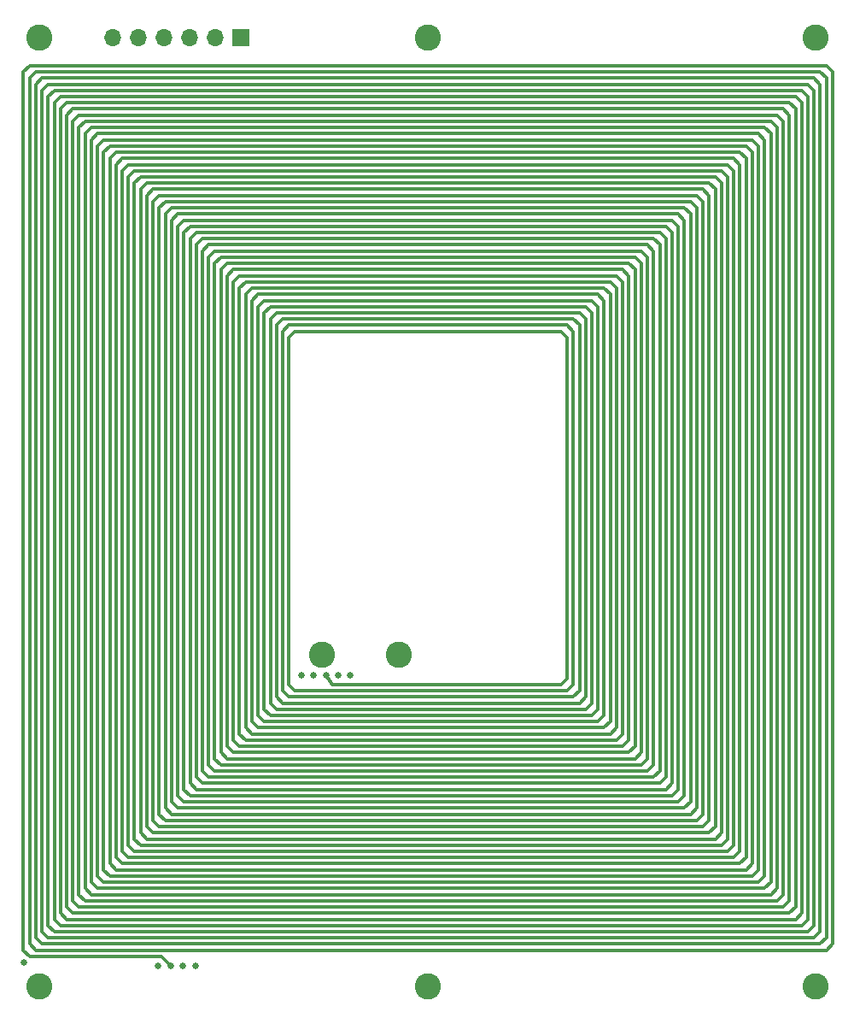
<source format=gbr>
%TF.GenerationSoftware,KiCad,Pcbnew,(6.0.5)*%
%TF.CreationDate,2022-08-19T15:48:38-07:00*%
%TF.ProjectId,Coil_Panels_XY,436f696c-5f50-4616-9e65-6c735f58592e,rev?*%
%TF.SameCoordinates,Original*%
%TF.FileFunction,Copper,L3,Inr*%
%TF.FilePolarity,Positive*%
%FSLAX46Y46*%
G04 Gerber Fmt 4.6, Leading zero omitted, Abs format (unit mm)*
G04 Created by KiCad (PCBNEW (6.0.5)) date 2022-08-19 15:48:38*
%MOMM*%
%LPD*%
G01*
G04 APERTURE LIST*
%TA.AperFunction,ComponentPad*%
%ADD10C,2.600000*%
%TD*%
%TA.AperFunction,ComponentPad*%
%ADD11R,1.700000X1.700000*%
%TD*%
%TA.AperFunction,ComponentPad*%
%ADD12O,1.700000X1.700000*%
%TD*%
%TA.AperFunction,ViaPad*%
%ADD13C,0.650000*%
%TD*%
%TA.AperFunction,Conductor*%
%ADD14C,0.306000*%
%TD*%
G04 APERTURE END LIST*
D10*
%TO.N,unconnected-(H1-Pad1)*%
%TO.C,H1*%
X111942000Y-49921999D03*
%TD*%
D11*
%TO.N,Net-(J1-Pad1)*%
%TO.C,J1*%
X131942000Y-49921999D03*
D12*
%TO.N,Net-(J1-Pad2)*%
X129402000Y-49921999D03*
%TO.N,Net-(J1-Pad3)*%
X126862000Y-49921999D03*
%TO.N,Net-(J1-Pad4)*%
X124322000Y-49921999D03*
%TO.N,Net-(J1-Pad5)*%
X121782000Y-49921999D03*
%TO.N,Net-(J1-Pad6)*%
X119242000Y-49921999D03*
%TD*%
D10*
%TO.N,unconnected-(H5-Pad1)*%
%TO.C,H5*%
X150442000Y-143921999D03*
%TD*%
%TO.N,unconnected-(H4-Pad1)*%
%TO.C,H4*%
X111942000Y-143921999D03*
%TD*%
%TO.N,Coil_OUT*%
%TO.C,TP1*%
X139986000Y-111092000D03*
X147606000Y-111092000D03*
%TD*%
%TO.N,unconnected-(H2-Pad1)*%
%TO.C,H2*%
X150442000Y-49921999D03*
%TD*%
%TO.N,unconnected-(H3-Pad1)*%
%TO.C,H3*%
X188942000Y-49921999D03*
%TD*%
%TO.N,unconnected-(H6-Pad1)*%
%TO.C,H6*%
X188942000Y-143921999D03*
%TD*%
D13*
%TO.N,Coil_OUT*%
X126184000Y-141856000D03*
X127408000Y-141856000D03*
X123736000Y-141856000D03*
X140358000Y-113092000D03*
X124960000Y-141856000D03*
X137910000Y-113092000D03*
X139134000Y-113092000D03*
X142806000Y-113092000D03*
X110394000Y-141513999D03*
X141582000Y-113092000D03*
%TD*%
D14*
%TO.N,Coil_OUT*%
X134238000Y-77194000D02*
X134238000Y-116458000D01*
X134238000Y-117682000D02*
X133626000Y-117070000D01*
X164278000Y-113398000D02*
X163666000Y-114010000D01*
X178965999Y-128086000D02*
X178354000Y-128698000D01*
X129342000Y-72298000D02*
X129342000Y-121354000D01*
X171622000Y-72298000D02*
X171622000Y-120742000D01*
X124446000Y-127474000D02*
X123834000Y-126862000D01*
X133626000Y-76582000D02*
X134238000Y-75970000D01*
X127506000Y-69238000D02*
X173458000Y-69238000D01*
X122610000Y-129310000D02*
X121998000Y-128698000D01*
X132402000Y-74134000D02*
X168562000Y-74134000D01*
X114042000Y-55774000D02*
X186922000Y-55774000D01*
X114654000Y-57610000D02*
X115266000Y-56998000D01*
X177742000Y-128086000D02*
X123834000Y-128086000D01*
X131790000Y-120130000D02*
X131178000Y-119518000D01*
X189369999Y-54550000D02*
X189369999Y-138490000D01*
X124042000Y-140938000D02*
X124960000Y-141856000D01*
X121386000Y-64342000D02*
X121386000Y-129310000D01*
X164890000Y-77806000D02*
X165501999Y-78418000D01*
X169174000Y-118294000D02*
X168562000Y-118906000D01*
X175293999Y-124414000D02*
X174682000Y-125026000D01*
X179578000Y-64342000D02*
X179578000Y-128698000D01*
X164890000Y-114010000D02*
X164278000Y-114622000D01*
X134238000Y-75970000D02*
X166726000Y-75970000D01*
X128118000Y-123802000D02*
X127506000Y-123190000D01*
X186922000Y-55774000D02*
X187534000Y-56386000D01*
X171010000Y-120130000D02*
X170398000Y-120742000D01*
X188758000Y-55162000D02*
X188758000Y-137878000D01*
X125670000Y-68626000D02*
X125670000Y-125026000D01*
X134850000Y-77805999D02*
X134850000Y-115846000D01*
X188757999Y-53938000D02*
X189369999Y-54550000D01*
X180190000Y-130534000D02*
X121386000Y-130534000D01*
X111594000Y-54550000D02*
X111594000Y-139102000D01*
X167338000Y-76582000D02*
X167338000Y-116458000D01*
X121998000Y-63730000D02*
X178966000Y-63730000D01*
X165501999Y-78418000D02*
X165501999Y-114622000D01*
X115266000Y-58222000D02*
X115878000Y-57610000D01*
X187534000Y-55162000D02*
X188146000Y-55774000D01*
X172233999Y-121354000D02*
X171622000Y-121966000D01*
X186922000Y-137265999D02*
X114654000Y-137265999D01*
X136685999Y-78418000D02*
X164278000Y-78418000D01*
X189370000Y-53326000D02*
X189982000Y-53938000D01*
X128118000Y-71073999D02*
X128730000Y-70462000D01*
X116490000Y-135429999D02*
X115878000Y-134817999D01*
X136686000Y-79642000D02*
X137298000Y-79030000D01*
X182026000Y-60670000D02*
X182638000Y-61282000D01*
X115878000Y-58834000D02*
X116489999Y-58222000D01*
X178354000Y-65566000D02*
X178354000Y-127474000D01*
X177130000Y-127474000D02*
X124446000Y-127474000D01*
X178354000Y-64342000D02*
X178965999Y-64954000D01*
X177130000Y-65566000D02*
X177742000Y-66178000D01*
X190594000Y-139713999D02*
X189982000Y-140325999D01*
X114042000Y-56998000D02*
X114654000Y-56386000D01*
X179578000Y-129922000D02*
X121998000Y-129922000D01*
X119550000Y-62506000D02*
X119550000Y-131146000D01*
X174682000Y-123802000D02*
X174070000Y-124414000D01*
X184474000Y-59446000D02*
X184474000Y-133593999D01*
X133014000Y-75969999D02*
X133626000Y-75358000D01*
X175293999Y-125638000D02*
X126282000Y-125638000D01*
X134238000Y-77194000D02*
X134850000Y-76582000D01*
X110982000Y-53938000D02*
X111594000Y-53326000D01*
X125670000Y-67401999D02*
X175293999Y-67401999D01*
X113430000Y-56386000D02*
X114042000Y-55774000D01*
X131178000Y-74134000D02*
X131790000Y-73522000D01*
X173458000Y-69238000D02*
X174070000Y-69850000D01*
X121386000Y-63118000D02*
X179578000Y-63118000D01*
X110982000Y-53938000D02*
X110982000Y-139714000D01*
X178966000Y-129310000D02*
X122610000Y-129310000D01*
X169786000Y-72910000D02*
X170398000Y-73522000D01*
X180802000Y-129922000D02*
X180190000Y-130534000D01*
X122610000Y-64342000D02*
X178354000Y-64342000D01*
X166114000Y-116458000D02*
X135462000Y-116458000D01*
X168562000Y-74134000D02*
X169174000Y-74745999D01*
X132402000Y-119518000D02*
X131790000Y-118906000D01*
X135462000Y-116458000D02*
X134850000Y-115846000D01*
X124446000Y-66178000D02*
X176518000Y-66178000D01*
X119550000Y-62506000D02*
X120162000Y-61894000D01*
X131790000Y-74745999D02*
X131790000Y-118906000D01*
X125058000Y-126862000D02*
X124446000Y-126250000D01*
X183862000Y-58834000D02*
X184474000Y-59446000D01*
X133626000Y-75358000D02*
X167338000Y-75358000D01*
X111594000Y-53326000D02*
X189370000Y-53326000D01*
X118326000Y-60058000D02*
X182638000Y-60058000D01*
X115878000Y-136041999D02*
X115266000Y-135429999D01*
X120162000Y-131757999D02*
X119550000Y-131145999D01*
X183862000Y-134205999D02*
X117714000Y-134205999D01*
X112818000Y-139101999D02*
X112206000Y-138490000D01*
X117714000Y-60670000D02*
X118326000Y-60058000D01*
X170398000Y-119518000D02*
X169786000Y-120130000D01*
X117714000Y-60670000D02*
X117714000Y-132982000D01*
X132402000Y-75358000D02*
X132402000Y-118294000D01*
X190594000Y-53326000D02*
X190594000Y-139713999D01*
X112206000Y-55162000D02*
X112817999Y-54550000D01*
X171010000Y-71686000D02*
X171622000Y-72298000D01*
X135462000Y-77194000D02*
X165502000Y-77194000D01*
X183862000Y-60058000D02*
X183862000Y-132981999D01*
X169786000Y-118906000D02*
X169174000Y-119518000D01*
X168561999Y-75358000D02*
X168561999Y-117682000D01*
X136074000Y-115846000D02*
X135462000Y-115234000D01*
X112818000Y-55774000D02*
X113430000Y-55162000D01*
X130566000Y-72298000D02*
X170398000Y-72298000D01*
X168561999Y-117682000D02*
X167950000Y-118294000D01*
X185698000Y-136041999D02*
X115878000Y-136041999D01*
X172234000Y-122578000D02*
X129342000Y-122578000D01*
X175906000Y-66790000D02*
X176518000Y-67401999D01*
X186310000Y-136653999D02*
X115266000Y-136653999D01*
X128730000Y-70462000D02*
X172234000Y-70462000D01*
X172234000Y-70462000D02*
X172846000Y-71073999D01*
X128118000Y-69850000D02*
X172846000Y-69850000D01*
X120162000Y-61894000D02*
X180802000Y-61894000D01*
X120774000Y-62506000D02*
X180190000Y-62506000D01*
X164278000Y-79642000D02*
X164278000Y-113398000D01*
X177130000Y-66790000D02*
X177130000Y-126250000D01*
X187534000Y-137877999D02*
X114042000Y-137877999D01*
X170398000Y-72298000D02*
X171010000Y-72910000D01*
X131790000Y-74745999D02*
X132402000Y-74134000D01*
X182638000Y-131757999D02*
X182026000Y-132369999D01*
X114042000Y-137877999D02*
X113430000Y-137265999D01*
X167950000Y-117070000D02*
X167338000Y-117682000D01*
X124446000Y-67401999D02*
X125058000Y-66790000D01*
X126282000Y-125638000D02*
X125670000Y-125026000D01*
X120162000Y-63118000D02*
X120162000Y-130534000D01*
X115266000Y-56998000D02*
X185698000Y-56998000D01*
X117102000Y-60058000D02*
X117714000Y-59446000D01*
X189369999Y-138490000D02*
X188757999Y-139101999D01*
X167950000Y-74746000D02*
X168561999Y-75358000D01*
X181414000Y-62506000D02*
X181414000Y-130534000D01*
X177742000Y-66178000D02*
X177742000Y-126862000D01*
X177742000Y-126862000D02*
X177130000Y-127474000D01*
X123221999Y-64954000D02*
X177742000Y-64954000D01*
X123222000Y-66178000D02*
X123834000Y-65566000D01*
X175293999Y-68626000D02*
X175293999Y-124414000D01*
X124446000Y-67401999D02*
X124446000Y-126250000D01*
X125058000Y-68013999D02*
X125058000Y-125638000D01*
X174682000Y-69237999D02*
X174682000Y-123802000D01*
X112818000Y-55774000D02*
X112818000Y-137878000D01*
X131178000Y-74134000D02*
X131178000Y-119518000D01*
X118938000Y-60670000D02*
X182026000Y-60670000D01*
X171622000Y-121966000D02*
X129954000Y-121966000D01*
X114042000Y-56998000D02*
X114042000Y-136654000D01*
X173458000Y-123802000D02*
X128118000Y-123802000D01*
X164278000Y-78418000D02*
X164890000Y-79030000D01*
X167338000Y-116458000D02*
X166726000Y-117070000D01*
X126282000Y-69237999D02*
X126282000Y-124414000D01*
X185086000Y-135429999D02*
X116490000Y-135429999D01*
X166726000Y-117070000D02*
X134850000Y-117070000D01*
X127506000Y-70462000D02*
X127506000Y-123190000D01*
X182026000Y-132369999D02*
X119550000Y-132369999D01*
X181414000Y-61282000D02*
X182025999Y-61894000D01*
X136073999Y-79030000D02*
X136685999Y-78418000D01*
X184474000Y-134817999D02*
X117102000Y-134817999D01*
X115266000Y-136653999D02*
X114654000Y-136041999D01*
X112817999Y-54550000D02*
X188146000Y-54550000D01*
X167950000Y-118294000D02*
X133626000Y-118294000D01*
X113430000Y-138490000D02*
X112818000Y-137878000D01*
X117102000Y-58834000D02*
X183862000Y-58834000D01*
X171622000Y-71074000D02*
X172233999Y-71686000D01*
X183250000Y-59446000D02*
X183862000Y-60058000D01*
X187534000Y-56386000D02*
X187534000Y-136653999D01*
X180190000Y-63730000D02*
X180190000Y-129310000D01*
X174070000Y-68626000D02*
X174682000Y-69237999D01*
X110982000Y-52714000D02*
X189982000Y-52714000D01*
X184474000Y-58222000D02*
X185085999Y-58834000D01*
X118938000Y-61894000D02*
X118938000Y-131757999D01*
X125058000Y-68013999D02*
X125670000Y-67401999D01*
X122610000Y-65566000D02*
X122610000Y-128086000D01*
X173458000Y-122578000D02*
X172846000Y-123190000D01*
X113430000Y-56386000D02*
X113430000Y-137266000D01*
X175905999Y-125026000D02*
X175293999Y-125638000D01*
X128118000Y-71073999D02*
X128118000Y-122578000D01*
X181414000Y-131757999D02*
X120162000Y-131757999D01*
X129954000Y-71686000D02*
X171010000Y-71686000D01*
X183250000Y-132369999D02*
X182638000Y-132981999D01*
X179578000Y-128698000D02*
X178966000Y-129310000D01*
X188146000Y-54550000D02*
X188758000Y-55162000D01*
X174070000Y-123190000D02*
X173458000Y-123802000D01*
X167950000Y-75969999D02*
X167950000Y-117070000D01*
X189982000Y-139101999D02*
X189370000Y-139713999D01*
X183862000Y-132981999D02*
X183250000Y-133593999D01*
X179578000Y-63118000D02*
X180190000Y-63730000D01*
X129342000Y-122578000D02*
X128730000Y-121966000D01*
X130566000Y-73522000D02*
X131178000Y-72910000D01*
X129954000Y-72910000D02*
X130566000Y-72298000D01*
X171622000Y-120742000D02*
X171010000Y-121354000D01*
X113430000Y-55162000D02*
X187534000Y-55162000D01*
X134850000Y-76582000D02*
X166114000Y-76582000D01*
X186310000Y-135429999D02*
X185698000Y-136041999D01*
X131178000Y-72910000D02*
X169786000Y-72910000D01*
X163666000Y-79030000D02*
X164278000Y-79642000D01*
X125670000Y-68626000D02*
X126281999Y-68014000D01*
X126894000Y-69850000D02*
X126894000Y-123802000D01*
X180802000Y-61894000D02*
X181414000Y-62506000D01*
X130566000Y-73522000D02*
X130566000Y-120130000D01*
X116490000Y-59446000D02*
X117102000Y-58834000D01*
X183250000Y-133593999D02*
X118326000Y-133593999D01*
X121998000Y-129922000D02*
X121386000Y-129310000D01*
X184474000Y-133593999D02*
X183862000Y-134205999D01*
X112206000Y-55162000D02*
X112206000Y-138490000D01*
X165502000Y-115846000D02*
X136074000Y-115846000D01*
X180190000Y-129310000D02*
X179578000Y-129922000D01*
X169174000Y-73522000D02*
X169786000Y-74134000D01*
X123222000Y-66178000D02*
X123222000Y-127474000D01*
X163666000Y-114010000D02*
X140970000Y-114010000D01*
X164890000Y-79030000D02*
X164890000Y-114010000D01*
X187534000Y-136653999D02*
X186922000Y-137265999D01*
X116490000Y-59446000D02*
X116490000Y-134206000D01*
X165501999Y-114622000D02*
X164890000Y-115234000D01*
X136073999Y-79030000D02*
X136073999Y-114622000D01*
X137298000Y-79030000D02*
X163666000Y-79030000D01*
X118326000Y-133593999D02*
X117714000Y-132981999D01*
X165502000Y-77194000D02*
X166114000Y-77805999D01*
X175293999Y-67401999D02*
X175905999Y-68013999D01*
X183250000Y-60670000D02*
X183250000Y-132369999D01*
X166726000Y-115846000D02*
X166114000Y-116458000D01*
X186922000Y-136041999D02*
X186310000Y-136653999D01*
X174070000Y-124414000D02*
X127506000Y-124414000D01*
X188758000Y-137878000D02*
X188146000Y-138490000D01*
X177130000Y-126250000D02*
X176518000Y-126862000D01*
X121998000Y-64954000D02*
X121998000Y-128698000D01*
X112206000Y-139713999D02*
X111594000Y-139101999D01*
X136073999Y-77806000D02*
X164890000Y-77806000D01*
X176518000Y-66178000D02*
X177130000Y-66790000D01*
X167338000Y-75358000D02*
X167950000Y-75969999D01*
X185086000Y-57610000D02*
X185698000Y-58222000D01*
X129954000Y-121966000D02*
X129342000Y-121354000D01*
X125670000Y-126250000D02*
X125058000Y-125638000D01*
X137298000Y-114622000D02*
X136686000Y-114010000D01*
X182638000Y-132981999D02*
X118938000Y-132981999D01*
X134850000Y-77805999D02*
X135462000Y-77194000D01*
X169174000Y-74745999D02*
X169174000Y-118294000D01*
X170398000Y-120742000D02*
X131178000Y-120742000D01*
X188146000Y-55774000D02*
X188146000Y-137265999D01*
X166114000Y-77805999D02*
X166114000Y-115234000D01*
X173458000Y-70462000D02*
X173458000Y-122578000D01*
X188146000Y-138490000D02*
X113430000Y-138490000D01*
X189982000Y-53938000D02*
X189982000Y-139101999D01*
X134850000Y-117070000D02*
X134238000Y-116458000D01*
X180802000Y-63118000D02*
X180802000Y-129922000D01*
X114654000Y-57610000D02*
X114654000Y-136042000D01*
X127506000Y-124414000D02*
X126894000Y-123802000D01*
X178354000Y-128698000D02*
X123222000Y-128698000D01*
X177742000Y-64954000D02*
X178354000Y-65566000D01*
X129342000Y-71074000D02*
X171622000Y-71074000D01*
X118326000Y-61282000D02*
X118938000Y-60670000D01*
X140970000Y-114010000D02*
X140358000Y-113092000D01*
X127506000Y-70462000D02*
X128118000Y-69850000D01*
X118938000Y-132981999D02*
X118326000Y-132369999D01*
X175906000Y-126250000D02*
X125670000Y-126250000D01*
X133014000Y-75969999D02*
X133014000Y-117682000D01*
X115878000Y-57610000D02*
X185086000Y-57610000D01*
X166114000Y-76582000D02*
X166726000Y-77194000D01*
X133014000Y-118906000D02*
X132402000Y-118294000D01*
X110370000Y-53326000D02*
X110982000Y-52714000D01*
X129954000Y-72910000D02*
X129954000Y-120742000D01*
X117714000Y-59446000D02*
X183250000Y-59446000D01*
X131178000Y-120742000D02*
X130566000Y-120130000D01*
X133626000Y-118294000D02*
X133014000Y-117682000D01*
X114654000Y-137265999D02*
X114042000Y-136653999D01*
X174682000Y-68014000D02*
X175293999Y-68626000D01*
X189982000Y-140325999D02*
X111594000Y-140325999D01*
X126894000Y-69850000D02*
X127506000Y-69238000D01*
X185698000Y-134817999D02*
X185086000Y-135429999D01*
X167338000Y-117682000D02*
X134238000Y-117682000D01*
X171010000Y-121354000D02*
X130566000Y-121354000D01*
X117714000Y-134205999D02*
X117102000Y-133593999D01*
X185085999Y-58834000D02*
X185085999Y-134205999D01*
X172846000Y-71073999D02*
X172846000Y-121966000D01*
X123834000Y-128086000D02*
X123222000Y-127474000D01*
X174682000Y-125026000D02*
X126894000Y-125026000D01*
X170398000Y-73522000D02*
X170398000Y-119518000D01*
X182638000Y-61282000D02*
X182638000Y-131757999D01*
X130566000Y-121354000D02*
X129954000Y-120742000D01*
X164278000Y-114622000D02*
X137298000Y-114622000D01*
X129342000Y-72298000D02*
X129954000Y-71686000D01*
X136686000Y-79642000D02*
X136686000Y-114010000D01*
X110982000Y-140938000D02*
X124042000Y-140938000D01*
X133013999Y-74746000D02*
X167950000Y-74746000D01*
X136686000Y-115234000D02*
X136074000Y-114622000D01*
X178354000Y-127474000D02*
X177742000Y-128086000D01*
X120774000Y-131146000D02*
X120162000Y-130534000D01*
X169174000Y-119518000D02*
X132402000Y-119518000D01*
X189370000Y-139713999D02*
X112206000Y-139713999D01*
X123222000Y-128698000D02*
X122610000Y-128086000D01*
X132402000Y-75358000D02*
X133013999Y-74746000D01*
X120774000Y-63730000D02*
X121386000Y-63118000D01*
X188757999Y-139101999D02*
X112818000Y-139101999D01*
X180190000Y-62506000D02*
X180802000Y-63118000D01*
X186310000Y-57610000D02*
X186310000Y-135429999D01*
X135462000Y-78418000D02*
X135462000Y-115234000D01*
X182025999Y-61894000D02*
X182025999Y-131145999D01*
X115878000Y-58834000D02*
X115878000Y-134817999D01*
X176518000Y-125638000D02*
X175906000Y-126250000D01*
X119549999Y-61282000D02*
X181414000Y-61282000D01*
X182638000Y-60058000D02*
X183250000Y-60670000D01*
X123834000Y-66790000D02*
X123834000Y-126862000D01*
X128730000Y-71686000D02*
X129342000Y-71074000D01*
X126894000Y-68626000D02*
X174070000Y-68626000D01*
X186922000Y-56998000D02*
X186922000Y-136041999D01*
X168562000Y-118906000D02*
X133014000Y-118906000D01*
X111594000Y-54550000D02*
X112206000Y-53938000D01*
X121998000Y-64954000D02*
X122610000Y-64342000D01*
X164890000Y-115234000D02*
X136686000Y-115234000D01*
X118326000Y-61282000D02*
X118326000Y-132370000D01*
X117102000Y-60058000D02*
X117102000Y-133594000D01*
X169786000Y-120130000D02*
X131790000Y-120130000D01*
X166726000Y-77194000D02*
X166726000Y-115846000D01*
X118938000Y-61894000D02*
X119549999Y-61282000D01*
X123834000Y-65566000D02*
X177130000Y-65566000D01*
X172233999Y-71686000D02*
X172233999Y-121354000D01*
X182025999Y-131145999D02*
X181414000Y-131757999D01*
X111594000Y-140325999D02*
X110982000Y-139713999D01*
X125058000Y-66790000D02*
X175906000Y-66790000D01*
X133626000Y-76582000D02*
X133626000Y-117070000D01*
X175905999Y-68013999D02*
X175905999Y-125026000D01*
X178966000Y-63730000D02*
X179578000Y-64342000D01*
X181414000Y-130534000D02*
X180802000Y-131146000D01*
X131790000Y-73522000D02*
X169174000Y-73522000D01*
X121386000Y-64342000D02*
X121998000Y-63730000D01*
X166114000Y-115234000D02*
X165502000Y-115846000D01*
X169786000Y-74134000D02*
X169786000Y-118906000D01*
X172846000Y-69850000D02*
X173458000Y-70462000D01*
X126282000Y-69237999D02*
X126894000Y-68626000D01*
X174070000Y-69850000D02*
X174070000Y-123190000D01*
X185698000Y-56998000D02*
X186310000Y-57610000D01*
X128730000Y-71686000D02*
X128730000Y-121966000D01*
X176518000Y-67401999D02*
X176518000Y-125638000D01*
X185698000Y-58222000D02*
X185698000Y-134817999D01*
X178965999Y-64954000D02*
X178965999Y-128086000D01*
X135462000Y-78418000D02*
X136073999Y-77806000D01*
X189982000Y-52714000D02*
X190594000Y-53326000D01*
X126894000Y-125026000D02*
X126282000Y-124414000D01*
X176518000Y-126862000D02*
X125058000Y-126862000D01*
X180802000Y-131146000D02*
X120774000Y-131146000D01*
X120162000Y-63118000D02*
X120774000Y-62506000D01*
X123834000Y-66790000D02*
X124446000Y-66178000D01*
X128730000Y-123190000D02*
X128118000Y-122578000D01*
X120774000Y-63730000D02*
X120774000Y-129922000D01*
X110370000Y-53326000D02*
X110370000Y-140326000D01*
X121386000Y-130534000D02*
X120774000Y-129922000D01*
X126281999Y-68014000D02*
X174682000Y-68014000D01*
X115266000Y-58222000D02*
X115266000Y-135430000D01*
X185085999Y-134205999D02*
X184474000Y-134817999D01*
X114654000Y-56386000D02*
X186310000Y-56386000D01*
X112206000Y-53938000D02*
X188757999Y-53938000D01*
X166726000Y-75970000D02*
X167338000Y-76582000D01*
X172846000Y-123190000D02*
X128730000Y-123190000D01*
X172846000Y-121966000D02*
X172234000Y-122578000D01*
X122610000Y-65566000D02*
X123221999Y-64954000D01*
X110370000Y-140326000D02*
X110982000Y-140938000D01*
X119550000Y-132369999D02*
X118938000Y-131757999D01*
X171010000Y-72910000D02*
X171010000Y-120130000D01*
X117102000Y-134817999D02*
X116490000Y-134205999D01*
X188146000Y-137265999D02*
X187534000Y-137877999D01*
X116489999Y-58222000D02*
X184474000Y-58222000D01*
X186310000Y-56386000D02*
X186922000Y-56998000D01*
%TD*%
M02*

</source>
